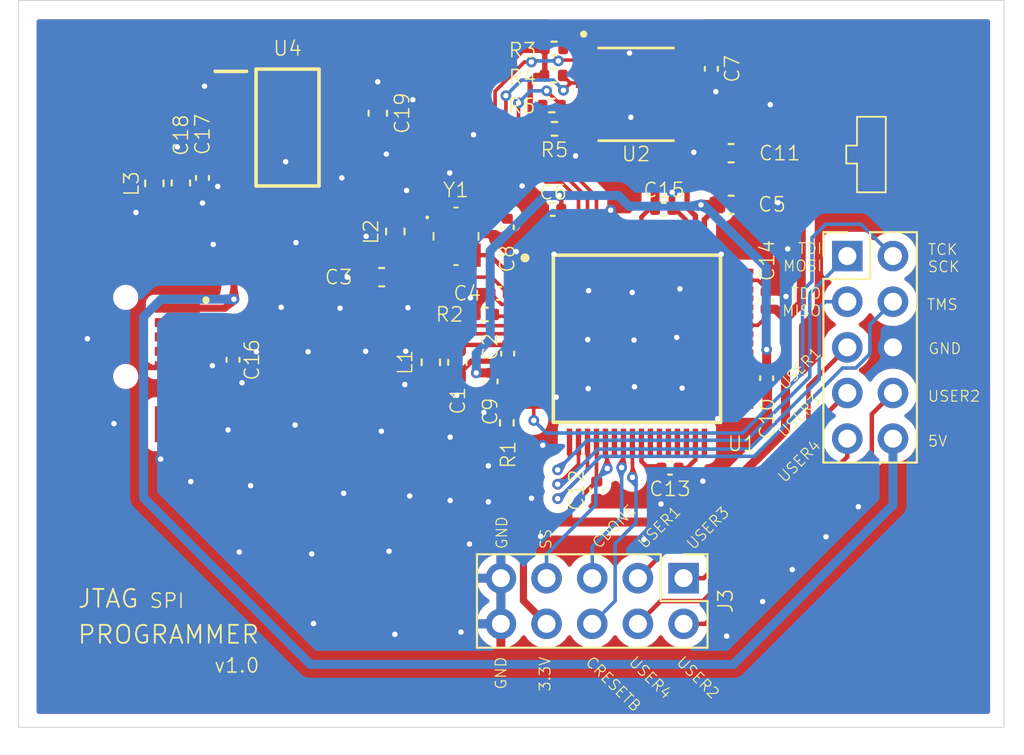
<source format=kicad_pcb>
(kicad_pcb (version 20241229) (generator "pcbnew") (generator_version "9.0")
  (layers (0 "F.Cu" signal) (2 "B.Cu" signal) (13 "F.Paste" user) (15 "B.Paste" user) (5 "F.SilkS" user "F.Silkscreen") (7 "B.SilkS" user "B.Silkscreen") (1 "F.Mask" user) (3 "B.Mask" user) (25 "Edge.Cuts" user))
  (net 0 "")
  (net 1 "GND")
  (net 2 "Net-(U1-VPLL)")
  (net 3 "Net-(U1-VPHY)")
  (net 4 "VCC1_8FT")
  (net 5 "+3.3V")
  (net 6 "Net-(J1-ID)")
  (net 7 "+5V")
  (net 8 "D-")
  (net 9 "D+")
  (net 10 "USER2")
  (net 11 "TCK_SCK")
  (net 12 "TDI_MOSI")
  (net 13 "USER1")
  (net 14 "USER4")
  (net 15 "TDO_MISO")
  (net 16 "TMS")
  (net 17 "USER3")
  (net 18 "CDONE")
  (net 19 "CRESET_B")
  (net 20 "SS")
  (net 21 "Net-(U1-RESET#)")
  (net 22 "Net-(U1-REF)")
  (net 23 "Net-(U1-EECS)")
  (net 24 "Net-(U1-EECLK)")
  (net 25 "Net-(U2-DO)")
  (net 26 "Net-(U1-EEDATA)")
  (net 39 "Net-(U1-OSCI)")
  (net 61 "+5V_USB")
  (footprint "Capacitor_SMD:C_0603_1608Metric" (layer "F.Cu") (at 174 62.425 180)
    (property "Reference" "C11")
    (property "Value" "10 uF")
  )
  (footprint "Capacitor_SMD:C_0402_1005Metric" (layer "F.Cu") (at 170.6 79.95 180)
    (property "Reference" "C13")
    (property "Value" "100 nF")
  )
  (footprint "Capacitor_SMD:C_0402_1005Metric" (layer "F.Cu") (at 172.9 57.73 -90)
    (property "Reference" "C7")
    (property "Value" "100 nF")
  )
  (footprint "000_Footprints:QFP50P1200X1200X160-64N" (layer "F.Cu") (at 168.762 72.75)
    (property "Reference" "U1")
    (property "Value" "FT2232HL" (hide yes))
  )
  (footprint "Capacitor_SMD:C_0402_1005Metric" (layer "F.Cu") (at 161.55 66.55 -90)
    (property "Reference" "C8")
    (property "Value" "100 nF")
  )
  (footprint "Capacitor_SMD:C_0402_1005Metric" (layer "F.Cu") (at 161.1 70.225 180)
    (property "Reference" "C4")
    (property "Value" "100 nF")
  )
  (footprint "Capacitor_SMD:C_0402_1005Metric" (layer "F.Cu") (at 175.975 74.95 -90)
    (property "Reference" "C10")
    (property "Value" "100 nF")
  )
  (footprint "Capacitor_SMD:C_0402_1005Metric" (layer "F.Cu") (at 166.525 81.18 -90)
    (property "Reference" "C12")
    (property "Value" "100 nF")
  )
  (footprint "Capacitor_SMD:C_0402_1005Metric" (layer "F.Cu") (at 170.25 65.55)
    (property "Reference" "C15")
    (property "Value" "100 nF")
  )
  (footprint "Capacitor_SMD:C_0402_1005Metric" (layer "F.Cu") (at 161.575 73.575 -90)
    (property "Reference" "C2")
    (property "Value" "100 nF")
  )
  (footprint "Resistor_SMD:R_0402_1005Metric" (layer "F.Cu") (at 164.15 56.6 180)
    (property "Reference" "R3")
    (property "Value" "10K")
  )
  (footprint "Capacitor_SMD:C_0603_1608Metric" (layer "F.Cu") (at 158.775 74.0625 -90)
    (property "Reference" "C1")
    (property "Value" "4.7 uF")
  )
  (footprint "Capacitor_SMD:C_0603_1608Metric" (layer "F.Cu") (at 143.4 64.08 -90)
    (property "Reference" "C18")
    (property "Value" "1 uF")
  )
  (footprint "Resistor_SMD:R_0402_1005Metric" (layer "F.Cu") (at 161.525 77.435 90)
    (property "Reference" "R1")
    (property "Value" "1K")
  )
  (footprint "Capacitor_SMD:C_0603_1608Metric" (layer "F.Cu") (at 174 65.3)
    (property "Reference" "C5")
    (property "Value" "10 uF")
  )
  (footprint "Capacitor_SMD:C_0402_1005Metric" (layer "F.Cu") (at 144.6 63.8 -90)
    (property "Reference" "C17")
    (property "Value" "100 nF")
  )
  (footprint "Capacitor_SMD:C_0603_1608Metric" (layer "F.Cu") (at 154.5625 69.325 180)
    (property "Reference" "C3")
    (property "Value" "4.7 uF")
  )
  (footprint "000_Footprints:SOT230P700X180-4N" (layer "F.Cu") (at 149.331 60.997)
    (property "Reference" "U4")
    (property "Value" "TLV1117LV33DCYR" (hide yes))
  )
  (footprint "Resistor_SMD:R_0402_1005Metric" (layer "F.Cu") (at 160.315 71.4)
    (property "Reference" "R2")
    (property "Value" "12K")
  )
  (footprint "Resistor_SMD:R_0402_1005Metric" (layer "F.Cu") (at 164.125 58.1 180)
    (property "Reference" "R4")
    (property "Value" "10K")
  )
  (footprint "Inductor_SMD:L_0603_1608Metric" (layer "F.Cu") (at 141.925 64.105 90)
    (property "Reference" "L3")
    (property "Value" "600ohm 500mA")
  )
  (footprint "Capacitor_SMD:C_0603_1608Metric" (layer "F.Cu") (at 154.35 60.2 90)
    (property "Reference" "C19")
    (property "Value" "1 uF")
  )
  (footprint "000_Footprints:UJ2MBH1SMTTR" (layer "F.Cu") (at 134.39 72.65 -90)
    (property "Reference" "J1" (hide yes))
    (property "Value" "UJ2-MBH-1-SMT-TR" (hide yes))
  )
  (footprint "Connector_PinHeader_2.54mm:PinHeader_2x05_P2.54mm_Vertical" (layer "F.Cu") (at 180.46 68.15)
    (property "Reference" "J2" (hide yes))
    (property "Value" "Conn_02x05_Odd_Even")
  )
  (footprint "Capacitor_SMD:C_0402_1005Metric" (layer "F.Cu") (at 160.65 75.13 -90)
    (property "Reference" "C9")
    (property "Value" "100 nF")
  )
  (footprint "000_Footprints:ASE24576MHZLCT" (layer "F.Cu") (at 158.7 67.05 -90)
    (property "Reference" "Y1")
    (property "Value" "ASE-12.000MHZ-LC-T" (hide yes))
  )
  (footprint "Resistor_SMD:R_0402_1005Metric" (layer "F.Cu") (at 164.175 61.07 180)
    (property "Reference" "R5")
    (property "Value" "10K")
  )
  (footprint "Connector_PinHeader_2.54mm:PinHeader_2x05_P2.54mm_Vertical" (layer "F.Cu") (at 171.355 86.075 -90)
    (property "Reference" "J3")
    (property "Value" "Conn_02x05_Odd_Even")
  )
  (footprint "Capacitor_SMD:C_0402_1005Metric" (layer "F.Cu") (at 164.075 65.55 180)
    (property "Reference" "C6")
    (property "Value" "100 nF")
  )
  (footprint "Capacitor_SMD:C_0402_1005Metric" (layer "F.Cu") (at 146.3 73.925 -90)
    (property "Reference" "C16")
    (property "Value" "100 nF")
  )
  (footprint "Inductor_SMD:L_0603_1608Metric" (layer "F.Cu") (at 157.3 74.0625 90)
    (property "Reference" "L1")
    (property "Value" "600ohm 500mA")
  )
  (footprint "Resistor_SMD:R_0402_1005Metric" (layer "F.Cu") (at 164.025 59.77 180)
    (property "Reference" "R6")
    (property "Value" "2.2K")
  )
  (footprint "000_Footprints:SOIC8-N_MC_MCH" (layer "F.Cu") (at 168.7128 59.15)
    (property "Reference" "U2")
    (property "Value" "93LC56C-I/SN")
  )
  (footprint "Inductor_SMD:L_0603_1608Metric" (layer "F.Cu") (at 155.325 66.7875 -90)
    (property "Reference" "L2")
    (property "Value" "600ohm 500mA")
  )
  (footprint "Capacitor_SMD:C_0402_1005Metric" (layer "F.Cu") (at 175.95 70.625 90)
    (property "Reference" "C14")
    (property "Value" "100 nF")
  )
  (gr_line (start 181 62) (end 180.4 62) (stroke (width 0.1)) (layer "F.SilkS"))
  (gr_line (start 182.6 64.6) (end 182.6 60.4) (stroke (width 0.1)) (layer "F.SilkS"))
  (gr_line (start 180.4 63) (end 181 63) (stroke (width 0.1)) (layer "F.SilkS"))
  (gr_line (start 180.4 62) (end 180.4 63) (stroke (width 0.1)) (layer "F.SilkS"))
  (gr_line (start 181 63) (end 181 64.6) (stroke (width 0.1)) (layer "F.SilkS"))
  (gr_circle (center 165.8 55.8) (end 165.8 56) (fill yes) (layer "F.SilkS"))
  (gr_line (start 181 60.4) (end 181 62) (stroke (width 0.1)) (layer "F.SilkS"))
  (gr_line (start 182.6 60.4) (end 181 60.4) (stroke (width 0.1)) (layer "F.SilkS"))
  (gr_line (start 181 64.6) (end 182.6 64.6) (stroke (width 0.1)) (layer "F.SilkS"))
  (gr_rect (start 134.375 53.925) (end 189.175 94.375) (stroke (width 0.05)) (fill no) (layer "Edge.Cuts"))
  (gr_text "TCK\nSCK" (at 184.9 69.1 0) (layer "F.SilkS") (effects (font (size 0.6 0.6) (thickness 0.06)) (justify left bottom)))
  (gr_text "PROGRAMMER" (at 137.6 89.8 0) (layer "F.SilkS") (effects (font (size 1 1) (thickness 0.1)) (justify left bottom)))
  (gr_text "USER1" (at 169.2 84.55 45) (layer "F.SilkS") (effects (font (size 0.6 0.6) (thickness 0.06)) (justify left bottom)))
  (gr_text "JTAG" (at 137.6 87.8 0) (layer "F.SilkS") (effects (font (size 1 1) (thickness 0.1)) (justify left bottom)))
  (gr_text "CRESETB" (at 165.785177 90.8 315) (layer "F.SilkS") (effects (font (size 0.6 0.6) (thickness 0.06)) (justify left bottom)))
  (gr_text "USER3" (at 179.1 76.25 45) (layer "F.SilkS") (effects (font (size 0.6 0.6) (thickness 0.06)) (justify right bottom)))
  (gr_text "GND" (at 184.93 73.65 0) (layer "F.SilkS") (effects (font (size 0.6 0.6) (thickness 0.06)) (justify left bottom)))
  (gr_text "USER3" (at 171.9 84.6 45) (layer "F.SilkS") (effects (font (size 0.6 0.6) (thickness 0.06)) (justify left bottom)))
  (gr_text "USER4" (at 179.1 78.75 45) (layer "F.SilkS") (effects (font (size 0.6 0.6) (thickness 0.06)) (justify right bottom)))
  (gr_text "USER2" (at 170.85 90.8 315) (layer "F.SilkS") (effects (font (size 0.6 0.6) (thickness 0.06)) (justify left bottom)))
  (gr_text "USER2" (at 184.9 76.3 0) (layer "F.SilkS") (effects (font (size 0.6 0.6) (thickness 0.06)) (justify left bottom)))
  (gr_text "TDO\nMISO" (at 179.05 71.55 0) (layer "F.SilkS") (effects (font (size 0.6 0.6) (thickness 0.06)) (justify right bottom)))
  (gr_text "TDI\nMOSI" (at 179.1 69.05 0) (layer "F.SilkS") (effects (font (size 0.6 0.6) (thickness 0.06)) (justify right bottom)))
  (gr_text "USER1" (at 179.13 73.6 45) (layer "F.SilkS") (effects (font (size 0.6 0.6) (thickness 0.06)) (justify right bottom)))
  (gr_text "TMS" (at 184.85 71.2 0) (layer "F.SilkS") (effects (font (size 0.6 0.6) (thickness 0.06)) (justify left bottom)))
  (gr_text "5V" (at 184.9 78.8 0) (layer "F.SilkS") (effects (font (size 0.6 0.6) (thickness 0.06)) (justify left bottom)))
  (gr_text "USER4" (at 168.2 90.8 315) (layer "F.SilkS") (effects (font (size 0.6 0.6) (thickness 0.06)) (justify left bottom)))
  (gr_text "SS" (at 164.05 84.5 90) (layer "F.SilkS") (effects (font (size 0.6 0.6) (thickness 0.06)) (justify left bottom)))
  (gr_text "SPI" (at 141.6 87.8 0) (layer "F.SilkS") (effects (font (size 0.8 0.8) (thickness 0.08)) (justify left bottom)))
  (gr_text "v1.0" (at 145.2 91.4 0) (layer "F.SilkS") (effects (font (size 0.8 0.8) (thickness 0.08)) (justify left bottom)))
  (gr_text "GND" (at 161.55 90.4 90) (layer "F.SilkS") (effects (font (size 0.6 0.6) (thickness 0.06)) (justify right bottom)))
  (gr_text "GND" (at 161.6 84.5 90) (layer "F.SilkS") (effects (font (size 0.6 0.6) (thickness 0.06)) (justify left bottom)))
  (gr_text "3.3V" (at 164 90.4 90) (layer "F.SilkS") (effects (font (size 0.6 0.6) (thickness 0.06)) (justify right bottom)))
  (gr_text "CDONE" (at 166.65 84.55 45) (layer "F.SilkS") (effects (font (size 0.6 0.6) (thickness 0.06)) (justify left bottom)))
  (segment (start 161.908775 70.833775) (end 161.90655 70.836) (width 0.2) (layer "F.Cu") (net 1))
  (segment (start 144.255 64.855) (end 144.6 65.2) (width 0.3) (layer "F.Cu") (net 1))
  (segment (start 175.4895 69.5) (end 175.95 69.9605) (width 0.2) (layer "F.Cu") (net 1))
  (segment (start 144.6 64.28) (end 145.445 64.28) (width 0.3) (layer "F.Cu") (net 1))
  (segment (start 157.875 68) (end 158.845 67.03) (width 0.25) (layer "F.Cu") (net 1))
  (segment (start 161.519 73.999) (end 159.555346 73.999) (width 0.3) (layer "F.Cu") (net 1))
  (segment (start 171.512 66.162) (end 170.9 65.55) (width 0.25) (layer "F.Cu") (net 1))
  (segment (start 158.775 75.875) (end 158.75 75.9) (width 0.4) (layer "F.Cu") (net 1))
  (segment (start 159.555346 73.999) (end 158.775 74.779346) (width 0.3) (layer "F.Cu") (net 1))
  (segment (start 146.181 58.697) (end 144.715 58.697) (width 0.5) (layer "F.Cu") (net 1))
  (segment (start 170.73 64.605) (end 170.725 64.6) (width 0.25) (layer "F.Cu") (net 1))
  (segment (start 163.024 71) (end 162.075 71) (width 0.2) (layer "F.Cu") (net 1))
  (segment (start 161.575 74.055) (end 161.73 74.055) (width 0.25) (layer "F.Cu") (net 1))
  (segment (start 158.775 74.8375) (end 158.775 75.875) (width 0.4) (layer "F.Cu") (net 1))
  (segment (start 163.024 74) (end 161.63 74) (width 0.25) (layer "F.Cu") (net 1))
  (segment (start 169.3865 79.95) (end 169.012 79.5755) (width 0.25) (layer "F.Cu") (net 1))
  (segment (start 158.845 67.03) (end 161.55 67.03) (width 0.25) (layer "F.Cu") (net 1))
  (segment (start 161.90655 70.836) (end 161.231 70.836) (width 0.2) (layer "F.Cu") (net 1))
  (segment (start 169.012 79.5755) (end 169.012 78.488) (width 0.25) (layer "F.Cu") (net 1))
  (segment (start 143.4 64.855) (end 144.255 64.855) (width 0.3) (layer "F.Cu") (net 1))
  (segment (start 175.905 75.5) (end 175.975 75.43) (width 0.2) (layer "F.Cu") (net 1))
  (segment (start 175.95 69.9605) (end 175.95 70.145) (width 0.2) (layer "F.Cu") (net 1))
  (segment (start 143.2 74.25) (end 145.15 74.25) (width 0.3) (layer "F.Cu") (net 1))
  (segment (start 174.5 69.5) (end 175.4895 69.5) (width 0.2) (layer "F.Cu") (net 1))
  (segment (start 170.9 65.55) (end 170.73 65.55) (width 0.25) (layer "F.Cu") (net 1))
  (segment (start 170.73 65.55) (end 170.73 64.605) (width 0.25) (layer "F.Cu") (net 1))
  (segment (start 161.63 74) (end 161.575 74.055) (width 0.25) (layer "F.Cu") (net 1))
  (segment (start 163.024 75) (end 162.974 75.05) (width 0.2) (layer "F.Cu") (net 1))
  (segment (start 158.775 74.779346) (end 158.775 74.8375) (width 0.3) (layer "F.Cu") (net 1))
  (segment (start 163.024 69) (end 163.024 66.121) (width 0.25) (layer "F.Cu") (net 1))
  (segment (start 145.445 64.28) (end 145.45 64.275) (width 0.3) (layer "F.Cu") (net 1))
  (segment (start 161.73 74.055) (end 162.285 73.5) (width 0.25) (layer "F.Cu") (net 1))
  (segment (start 157.875 68.1) (end 157.875 68) (width 0.25) (layer "F.Cu") (net 1))
  (segment (start 161.231 70.836) (end 160.62 70.225) (width 0.2) (layer "F.Cu") (net 1))
  (segment (start 161.21 75.05) (end 160.65 75.61) (width 0.2) (layer "F.Cu") (net 1))
  (segment (start 162.974 75.05) (end 161.21 75.05) (width 0.2) (layer "F.Cu") (net 1))
  (segment (start 174.5 75.5) (end 175.905 75.5) (width 0.2) (layer "F.Cu") (net 1))
  (segment (start 163.024 66.121) (end 163.595 65.55) (width 0.25) (layer "F.Cu") (net 1))
  (segment (start 162.075 71) (end 161.908775 70.833775) (width 0.2) (layer "F.Cu") (net 1))
  (segment (start 170.12 79.95) (end 169.3865 79.95) (width 0.25) (layer "F.Cu") (net 1))
  (segment (start 162.285 73.5) (end 163.024 73.5) (width 0.25) (layer "F.Cu") (net 1))
  (segment (start 161.575 74.055) (end 161.519 73.999) (width 0.3) (layer "F.Cu") (net 1))
  (segment (start 154.35 59.425) (end 154.35 58.45) (width 0.3) (layer "F.Cu") (net 1))
  (segment (start 171.512 67.012) (end 171.512 66.162) (width 0.25) (layer "F.Cu") (net 1))
  (segment (start 163.024 76) (end 164.275 76) (width 0.25) (layer "F.Cu") (net 1))
  (via (at 150.775 88.6) (size 0.6) (drill 0.3) (layers "F.Cu" "B.Cu") (net 1))
  (via (at 158.975 89.075) (size 0.6) (drill 0.3) (layers "F.Cu" "B.Cu") (net 1))
  (via (at 143.95 80.7) (size 0.6) (drill 0.3) (layers "F.Cu" "B.Cu") (net 1))
  (via (at 164.275 76) (size 0.6) (drill 0.3) (layers "F.Cu" "B.Cu") (net 1))
  (via (at 147.275 80.925) (size 0.6) (drill 0.3) (layers "F.Cu" "B.Cu") (net 1))
  (via (at 152.65 69.325) (size 0.6) (drill 0.3) (layers "F.Cu" "B.Cu") (net 1))
  (via (at 160.5 79.825) (size 0.6) (drill 0.3) (layers "F.Cu" "B.Cu") (net 1))
  (via (at 171.15 69.975) (size 0.6) (drill 0.3) (layers "F.Cu" "B.Cu") (net 1))
  (via (at 162.9 81.625) (size 0.6) (drill 0.3) (layers "F.Cu" "B.Cu") (net 1))
  (via (at 149.225 62.9) (size 0.6) (drill 0.3) (layers "F.Cu" "B.Cu") (net 1))
  (via (at 150.475 73.475) (size 0.6) (drill 0.3) (layers "F.Cu" "B.Cu") (net 1))
  (via (at 146.025 77.825) (size 0.6) (drill 0.3) (layers "F.Cu" "B.Cu") (net 1))
  (via (at 144.6 65.2) (size 0.6) (drill 0.3) (layers "F.Cu" "B.Cu") (net 1))
  (via (at 169.15 83.925) (size 0.6) (drill 0.3) (layers "F.Cu" "B.Cu") (net 1))
  (via (at 148.975 71) (size 0.6) (drill 0.3) (layers "F.Cu" "B.Cu") (net 1))
  (via (at 160.5 81.825) (size 0.6) (drill 0.3) (layers "F.Cu" "B.Cu") (net 1))
  (via (at 158.375 81.75) (size 0.6) (drill 0.3) (layers "F.Cu" "B.Cu") (net 1))
  (via (at 156.3 59.45) (size 0.6) (drill 0.3) (layers "F.Cu" "B.Cu") (net 1))
  (via (at 170.975 72.675) (size 0.6) (drill 0.3) (layers "F.Cu" "B.Cu") (net 1))
  (via (at 152.45 81.35) (size 0.6) (drill 0.3) (layers "F.Cu" "B.Cu") (net 1))
  (via (at 177.15 67.75) (size 0.6) (drill 0.3) (layers "F.Cu" "B.Cu") (net 1))
  (via (at 146.8 75.2) (size 0.6) (drill 0.3) (layers "F.Cu" "B.Cu") (net 1))
  (via (at 145.2 67.5) (size 0.6) (drill 0.3) (layers "F.Cu" "B.Cu") (net 1))
  (via (at 155.3 89.2) (size 0.6) (drill 0.3) (layers "F.Cu" "B.Cu") (net 1))
  (via (at 154.975 84.575) (size 0.6) (drill 0.3) (layers "F.Cu" "B.Cu") (net 1))
  (via (at 154.35 58.45) (size 0.6) (drill 0.3) (layers "F.Cu" "B.Cu") (net 1))
  (via (at 145.45 64.275) (size 0.6) (drill 0.3) (layers "F.Cu" "B.Cu") (net 1))
  (via (at 162.05 67.9) (size 0.6) (drill 0.3) (layers "F.Cu" "B.Cu") (net 1))
  (via (at 147.6 73.475) (size 0.6) (drill 0.3) (layers "F.Cu" "B.Cu") (net 1))
  (via (at 154.825 62.475) (size 0.6) (drill 0.3) (layers "F.Cu" "B.Cu") (net 1))
  (via (at 138.2 72.75) (size 0.6) (drill 0.3) (layers "F.Cu" "B.Cu") (net 1))
  (via (at 149.75 77.55) (size 0.6) (drill 0.3) (layers "F.Cu" "B.Cu") (net 1))
  (via (at 168.35 56.85) (size 0.6) (drill 0.3) (layers "F.Cu" "B.Cu") (net 1))
  (via (at 146.65 84.625) (size 0.6) (drill 0.3) (layers "F.Cu" "B.Cu") (net 1))
  (via (at 168.6 72.825) (size 0.6) (drill 0.3) (layers "F.Cu" "B.Cu") (net 1))
  (via (at 139.675 77.475) (size 0.6) (drill 0.3) (layers "F.Cu" "B.Cu") (net 1))
  (via (at 152.25 71.05) (size 0.6) (drill 0.3) (layers "F.Cu" "B.Cu") (net 1))
  (via (at 181.075 82.1) (size 0.6) (drill 0.3) (layers "F.Cu" "B.Cu") (net 1))
  (via (at 159.45 84.175) (size 0.6) (drill 0.3) (layers "F.Cu" "B.Cu") (net 1))
  (via (at 173.25 77.2) (size 0.6) (drill 0.3) (layers "F.Cu" "B.Cu") (net 1))
  (via (at 170.1 81.95) (size 0.6) (drill 0.3) (layers "F.Cu" "B.Cu") (net 1))
  (via (at 168.425 60.425) (size 0.6) (drill 0.3) (layers "F.Cu" "B.Cu") (net 1))
  (via (at 173.75 89.3) (size 0.6) (drill 0.3) (layers "F.Cu" "B.Cu") (net 1))
  (via (at 159.675 61.4) (size 0.6) (drill 0.3) (layers "F.Cu" "B.Cu") (net 1))
  (via (at 163.4 83.75) (size 0.6) (drill 0.3) (layers "F.Cu" "B.Cu") (net 1))
  (via (at 160.25 76.85) (size 0.6) (drill 0.3) (layers "F.Cu" "B.Cu") (net 1))
  (via (at 177.05 70.4) (size 0.6) (drill 0.3) (layers "F.Cu" "B.Cu") (net 1))
  (via (at 155.9 73.45) (size 0.6) (drill 0.3) (layers "F.Cu" "B.Cu") (net 1))
  (via (at 156.025 71.025) (size 0.6) (drill 0.3) (layers "F.Cu" "B.Cu") (net 1))
  (via (at 162.375 64.25) (size 0.6) (drill 0.3) (layers "F.Cu" "B.Cu") (net 1))
  (via (at 166.05 75.525) (size 0.6) (drill 0.3) (layers "F.Cu" "B.Cu") (net 1))
  (via (at 145.15 74.25) (size 0.6) (drill 0.3) (layers "F.Cu" "B.Cu") (net 1))
  (via (at 158.75 75.9) (size 0.6) (drill 0.3) (layers "F.Cu" "B.Cu") (net 1))
  (via (at 171.925 62.375) (size 0.6) (drill 0.3) (layers "F.Cu" "B.Cu") (net 1))
  (via (at 168.625 75.425) (size 0.6) (drill 0.3) (layers "F.Cu" "B.Cu") (net 1))
  (via (at 154.55 77.9) (size 0.6) (drill 0.3) (layers "F.Cu" "B.Cu") (net 1))
  (via (at 179.275 83.775) (size 0.6) (drill 0.3) (layers "F.Cu" "B.Cu") (net 1))
  (via (at 177.4 85.6) (size 0.6) (drill 0.3) (layers "F.Cu" "B.Cu") (net 1))
  (via (at 143.2 62.075) (size 0.6) (drill 0.3) (layers "F.Cu" "B.Cu") (net 1))
  (via (at 150.675 84.725) (size 0.6) (drill 0.3) (layers "F.Cu" "B.Cu") (net 1))
  (via (at 167.3 65.6) (size 0.6) (drill 0.3) (layers "F.Cu" "B.Cu") (net 1))
  (via (at 171.275 75.5) (size 0.6) (drill 0.3) (layers "F.Cu" "B.Cu") (net 1))
  (via (at 156.125 81.5) (size 0.6) (drill 0.3) (layers "F.Cu" "B.Cu") (net 1))
  (via (at 165.35 62.575) (size 0.6) (drill 0.3) (layers "F.Cu" "B.Cu") (net 1))
  (via (at 166.025 72.8) (size 0.6) (drill 0.3) (layers "F.Cu" "B.Cu") (net 1))
  (via (at 158.35 63.525) (size 0.6) (drill 0.3) (layers "F.Cu" "B.Cu") (net 1))
  (via (at 153.7 67.05) (size 0.6) (drill 0.3) (layers "F.Cu" "B.Cu") (net 1))
  (via (at 173.45 68.05) (size 0.6) (drill 0.3) (layers "F.Cu" "B.Cu") (net 1))
  (via (at 144.715 58.697) (size 0.6) (drill 0.3) (layers "F.Cu" "B.Cu") (net 1))
  (via (at 170.725 64.6) (size 0.6) (drill 0.3) (layers "F.Cu" "B.Cu") (net 1))
  (via (at 152.35 63.8) (size 0.6) (drill 0.3) (layers "F.Cu" "B.Cu") (net 1))
  (via (at 155.95 64.5) (size 0.6) (drill 0.3) (layers "F.Cu" "B.Cu") (net 1))
  (via (at 163.525 78.675) (size 0.6) (drill 0.3) (layers "F.Cu" "B.Cu") (net 1))
  (via (at 175.75 87.375) (size 0.6) (drill 0.3) (layers "F.Cu" "B.Cu") (net 1))
  (via (at 166.075 70.075) (size 0.6) (drill 0.3) (layers "F.Cu" "B.Cu") (net 1))
  (via (at 168.5 70.175) (size 0.6) (drill 0.3) (layers "F.Cu" "B.Cu") (net 1))
  (via (at 173.15 59) (size 0.6) (drill 0.3) (layers "F.Cu" "B.Cu") (net 1))
  (via (at 164.15 68.05) (size 0.6) (drill 0.3) (layers "F.Cu" "B.Cu") (net 1))
  (via (at 159.5 70.475) (size 0.6) (drill 0.3) (layers "F.Cu" "B.Cu") (net 1))
  (via (at 153.675 73.45) (size 0.6) (drill 0.3) (layers "F.Cu" "B.Cu") (net 1))
  (via (at 176.175 59.725) (size 0.6) (drill 0.3) (layers "F.Cu" "B.Cu") (net 1))
  (via (at 149.8 67.4) (size 0.6) (drill 0.3) (layers "F.Cu" "B.Cu") (net 1))
  (via (at 176.6 65.175) (size 0.6) (drill 0.3) (layers "F.Cu" "B.Cu") (net 1))
  (via (at 142.275 79.45) (size 0.6) (drill 0.3) (layers "F.Cu" "B.Cu") (net 1))
  (via (at 158.375 78.225) (size 0.6) (drill 0.3) (layers "F.Cu" "B.Cu") (net 1))
  (via (at 140.9 65.725) (size 0.6) (drill 0.3) (layers "F.Cu" "B.Cu") (net 1))
  (via (at 172.425 80.675) (size 0.6) (drill 0.3) (layers "F.Cu" "B.Cu") (net 1))
  (via (at 155.85 75.3) (size 0.6) (drill 0.3) (layers "F.Cu" "B.Cu") (net 1))
  (segment (start 158.7625 73.275) (end 158.775 73.2875) (width 0.4) (layer "F.Cu") (net 2))
  (segment (start 161.575 73.095) (end 158.9675 73.095) (width 0.25) (layer "F.Cu") (net 2))
  (segment (start 161.67 73) (end 163.024 73) (width 0.25) (layer "F.Cu") (net 2))
  (segment (start 161.575 73.095) (end 161.67 73) (width 0.25) (layer "F.Cu") (net 2))
  (segment (start 158.9675 73.095) (end 158.775 73.2875) (width 0.25) (layer "F.Cu") (net 2))
  (segment (start 157.3 73.275) (end 158.7625 73.275) (width 0.4) (layer "F.Cu") (net 2))
  (segment (start 155.3375 69.325) (end 160.68 69.325) (width 0.2) (layer "F.Cu") (net 3))
  (segment (start 155.325 67.575) (end 155.325 69.3125) (width 0.4) (layer "F.Cu") (net 3))
  (segment (start 155.325 69.3125) (end 155.3375 69.325) (width 0.4) (layer "F.Cu") (net 3))
  (segment (start 155.35 69.3125) (end 155.3375 69.325) (width 0.3) (layer "F.Cu") (net 3))
  (segment (start 163.024 70.5) (end 162.1421 70.5) (width 0.2) (layer "F.Cu") (net 3))
  (segment (start 161.8671 70.225) (end 161.58 70.225) (width 0.2) (layer "F.Cu") (net 3))
  (segment (start 160.68 69.325) (end 161.58 70.225) (width 0.2) (layer "F.Cu") (net 3))
  (segment (start 162.1421 70.5) (end 161.8671 70.225) (width 0.2) (layer "F.Cu") (net 3))
  (segment (start 175.975085 74.469915) (end 175.975 74.47) (width 0.5) (layer "F.Cu") (net 4))
  (segment (start 164.555 65.55) (end 164.45 65.655) (width 0.25) (layer "F.Cu") (net 4))
  (segment (start 164.555 64.88773) (end 164.446135 64.778865) (width 0.25) (layer "F.Cu") (net 4))
  (segment (start 163.019 74.495) (end 163.024 74.5) (width 0.25) (layer "F.Cu") (net 4))
  (segment (start 162.06755 74.5) (end 161.91755 74.65) (width 0.2) (layer "F.Cu") (net 4))
  (segment (start 163.024 74.5) (end 162.06755 74.5) (width 0.2) (layer "F.Cu") (net 4))
  (segment (start 172.512 66.113) (end 173.225 65.4) (width 0.3) (layer "F.Cu") (net 4))
  (segment (start 172.325 65.3) (end 173.225 65.3) (width 0.5) (layer "F.Cu") (net 4))
  (segment (start 175.975085 73.350085) (end 175.975085 74.469915) (width 0.5) (layer "F.Cu") (net 4))
  (segment (start 174.5 74.5) (end 175.945 74.5) (width 0.2) (layer "F.Cu") (net 4))
  (segment (start 175.945 74.5) (end 175.975 74.47) (width 0.2) (layer "F.Cu") (net 4))
  (segment (start 164.555 65.55) (end 165.012 66.007) (width 0.25) (layer "F.Cu") (net 4))
  (segment (start 172.512 67.012) (end 172.512 66.113) (width 0.3) (layer "F.Cu") (net 4))
  (segment (start 173.225 65.4) (end 173.225 65.3) (width 0.3) (layer "F.Cu") (net 4))
  (segment (start 164.555 65.55) (end 164.555 64.88773) (width 0.25) (layer "F.Cu") (net 4))
  (segment (start 159.825 74.65) (end 160.65 74.65) (width 0.5) (layer "F.Cu") (net 4))
  (segment (start 165.012 66.007) (end 165.012 67.012) (width 0.25) (layer "F.Cu") (net 4))
  (segment (start 161.91755 74.65) (end 160.65 74.65) (width 0.2) (layer "F.Cu") (net 4))
  (via (at 159.825 74.65) (size 0.6) (drill 0.3) (layers "F.Cu" "B.Cu") (net 4))
  (via (at 175.975085 73.350085) (size 0.6) (drill 0.3) (layers "F.Cu" "B.Cu") (net 4))
  (via (at 172.325 65.3) (size 0.6) (drill 0.3) (layers "F.Cu" "B.Cu") (net 4))
  (via (at 164.446135 64.778865) (size 0.6) (drill 0.3) (layers "F.Cu" "B.Cu") (net 4))
  (segment (start 160.601 67.849) (end 160.601 72.799) (width 0.5) (layer "B.Cu") (net 4))
  (segment (start 164.446135 64.778865) (end 163.671135 64.778865) (width 0.5) (layer "B.Cu") (net 4))
  (segment (start 168.325 65.375) (end 172.25 65.375) (width 0.5) (layer "B.Cu") (net 4))
  (segment (start 159.825 73.575) (end 159.825 74.65) (width 0.5) (layer "B.Cu") (net 4))
  (segment (start 167.728865 64.778865) (end 168.325 65.375) (width 0.5) (layer "B.Cu") (net 4))
  (segment (start 172.25 65.375) (end 172.325 65.3) (width 0.5) (layer "B.Cu") (net 4))
  (segment (start 172.325 65.3) (end 172.475 65.3) (width 0.5) (layer "B.Cu") (net 4))
  (segment (start 163.671135 64.778865) (end 160.601 67.849) (width 0.5) (layer "B.Cu") (net 4))
  (segment (start 175.95 68.775) (end 175.95 73.325) (width 0.5) (layer "B.Cu") (net 4))
  (segment (start 175.95 73.325) (end 175.975085 73.350085) (width 0.5) (layer "B.Cu") (net 4))
  (segment (start 160.601 72.799) (end 159.825 73.575) (width 0.5) (layer "B.Cu") (net 4))
  (segment (start 172.475 65.3) (end 175.95 68.775) (width 0.5) (layer "B.Cu") (net 4))
  (segment (start 164.446135 64.778865) (end 167.728865 64.778865) (width 0.5) (layer "B.Cu") (net 4))
  (segment (start 162.425 82.95) (end 165.05 82.95) (width 0.5) (layer "F.Cu") (net 5))
  (segment (start 152.481 63.045702) (end 152.481 60.997) (width 0.25) (layer "F.Cu") (net 5))
  (segment (start 163.17 61.07) (end 163.665 61.07) (width 0.3) (layer "F.Cu") (net 5))
  (segment (start 170.413925 63.849) (end 169.77 64.492925) (width 0.5) (layer "F.Cu") (net 5))
  (segment (start 172.012 67.012) (end 172.012 65.912) (width 0.3) (layer "F.Cu") (net 5))
  (segment (start 163.64 56.6) (end 163.64 56.467528) (width 0.5) (layer "F.Cu") (net 5))
  (segment (start 164.278528 55.829) (end 172.029 55.829) (width 0.5) (layer "F.Cu") (net 5))
  (segment (start 162.45 82.975) (end 162.425 82.95) (width 0.4) (layer "F.Cu") (net 5))
  (segment (start 169.012 67.012) (end 169.012 65.9725) (width 0.25) (layer "F.Cu") (net 5))
  (segment (start 146.181 60.997) (end 152.481 60.997) (width 0.5) (layer "F.Cu") (net 5))
  (segment (start 155.325 66) (end 155.325 65.075) (width 0.25) (layer "F.Cu") (net 5))
  (segment (start 169.45 59.4) (end 169.45 57.65) (width 0.3) (layer "F.Cu") (net 5))
  (segment (start 171.08 57.25) (end 171.075 57.245) (width 0.4) (layer "F.Cu") (net 5))
  (segment (start 169.835 59.785) (end 169.45 59.4) (width 0.3) (layer "F.Cu") (net 5))
  (segment (start 163.64 58.075) (end 163.615 58.1) (width 0.5) (layer "F.Cu") (net 5))
  (segment (start 171.55 63.849) (end 170.413925 63.849) (width 0.5) (layer "F.Cu") (net 5))
  (segment (start 175.669 62.425) (end 174.775 62.425) (width 0.5) (layer "F.Cu") (net 5))
  (segment (start 166.5 80.7) (end 165.05 82.15) (width 0.25) (layer "F.Cu") (net 5))
  (segment (start 173.351 63.849) (end 171.55 63.849) (width 0.5) (layer "F.Cu") (net 5))
  (segment (start 153.6 64.164702) (end 152.481 63.045702) (width 0.25) (layer "F.Cu") (net 5))
  (segment (start 171.105 59.815) (end 171.075 59.785) (width 0.3) (layer "F.Cu") (net 5))
  (segment (start 162.825 60.725) (end 163.17 61.07) (width 0.3) (layer "F.Cu") (net 5))
  (segment (start 171.55 79.95) (end 172.012 79.488) (width 0.25) (layer "F.Cu") (net 5))
  (segment (start 166.525 80.45) (end 166.512 80.437) (width 0.2) (layer "F.Cu") (net 5))
  (segment (start 152.503 60.975) (end 152.481 60.997) (width 0.5) (layer "F.Cu") (net 5))
  (segment (start 163.64 56.467528) (end 164.278528 55.829) (width 0.5) (layer "F.Cu") (net 5))
  (segment (start 162.35 56.6) (end 163.64 56.6) (width 0.5) (layer "F.Cu") (net 5))
  (segment (start 155.325 65.075) (end 154.425 64.175) (width 0.25) (layer "F.Cu") (net 5))
  (segment (start 157.3 75.512075) (end 157.3 74.85) (width 0.5) (layer "F.Cu") (net 5))
  (segment (start 154.325 61) (end 154.35 60.975) (width 0.5) (layer "F.Cu") (net 5))
  (segment (start 162.45 87.33) (end 163.735 88.615) (width 0.4) (layer "F.Cu") (net 5))
  (segment (start 173.775 57.25) (end 172.9 57.25) (width 0.5) (layer "F.Cu") (net 5))
  (segment (start 162.825 58.4) (end 162.825 60.725) (width 0.3) (layer "F.Cu") (net 5))
  (segment (start 159.732925 77.945) (end 157.3 75.512075) (width 0.5) (layer "F.Cu") (net 5))
  (segment (start 171.08 79.95) (end 171.55 79.95) (width 0.25) (layer "F.Cu") (net 5))
  (segment (start 174.5 72) (end 175.4895 72) (width 0.2) (layer "F.Cu") (net 5))
  (segment (start 176.48 71.105) (end 175.95 71.105) (width 0.5) (layer "F.Cu") (net 5))
  (segment (start 172.9 56.7) (end 172.9 57.25) (width 0.5) (layer "F.Cu") (net 5))
  (segment (start 177.901 64.657) (end 175.669 62.425) (width 0.5) (layer "F.Cu") (net 5))
  (segment (start 171.075 59.785) (end 169.835 59.785) (width 0.3) (layer "F.Cu") (net 5))
  (segment (start 174.775 58.25) (end 173.775 57.25) (width 0.5) (layer "F.Cu") (net 5))
  (segment (start 163.64 56.6) (end 163.64 58.075) (width 0.3) (layer "F.Cu") (net 5))
  (segment (start 174.775 62.425) (end 173.351 63.849) (width 0.5) (layer "F.Cu") (net 5))
  (segment (start 169.77 64.492925) (end 169.77 65.55) (width 0.5) (layer "F.Cu") (net 5))
  (segment (start 171.08 79.95) (end 171.08 82.945) (width 0.25) (layer "F.Cu") (net 5))
  (segment (start 165.05 82.15) (end 165.05 82.95) (width 0.25) (layer "F.Cu") (net 5))
  (segment (start 159.595 66.07) (end 159.525 66) (width 0.25) (layer "F.Cu") (net 5))
  (segment (start 162.45 87.33) (end 162.45 82.975) (width 0.4) (layer "F.Cu") (net 5))
  (segment (start 172.9 57.25) (end 171.08 57.25) (width 0.4) (layer "F.Cu") (net 5))
  (segment (start 166.525 80.7) (end 166.5 80.7) (width 0.25) (layer "F.Cu") (net 5))
  (segment (start 154.35 60.975) (end 157.975 60.975) (width 0.5) (layer "F.Cu") (net 5))
  (segment (start 169.4345 65.55) (end 169.77 65.55) (width 0.25) (layer "F.Cu") (net 5))
  (segment (start 154.35 60.975) (end 152.503 60.975) (width 0.5) (layer "F.Cu") (net 5))
  (segment (start 169.012 65.9725) (end 169.4345 65.55) (width 0.25) (layer "F.Cu") (net 5))
  (segment (start 153.6 64.175) (end 153.6 64.164702) (width 0.25) (layer "F.Cu") (net 5))
  (segment (start 166.525 80.7) (end 166.525 80.45) (width 0.2) (layer "F.Cu") (net 5))
  (segment (start 163.125 58.1) (end 162.825 58.4) (width 0.3) (layer "F.Cu") (net 5))
  (segment (start 169.855 57.245) (end 171.075 57.245) (width 0.3) (layer "F.Cu") (net 5))
  (segment (start 177.025 77.85) (end 177.025 71.65) (width 0.5) (layer "F.Cu") (net 5))
  (segment (start 161.55 66.07) (end 159.595 66.07) (width 0.25) (layer "F.Cu") (net 5))
  (segment (start 177.025 71.65) (end 177.901 70.774) (width 0.5) (layer "F.Cu") (net 5))
  (segment (start 161.525 77.945) (end 159.732925 77.945) (width 0.5) (layer "F.Cu") (net 5))
  (segment (start 177.901 70.774) (end 177.901 64.657) (width 0.5) (layer "F.Cu") (net 5))
  (segment (start 175.95 71.5395) (end 175.95 71.105) (width 0.2) (layer "F.Cu") (net 5))
  (segment (start 157.875 66) (end 155.325 66) (width 0.25) (layer "F.Cu") (net 5))
  (segment (start 174.775 62.425) (end 174.775 58.25) (width 0.5) (layer "F.Cu") (net 5))
  (segment (start 161.525 82.05) (end 161.525 77.945) (width 0.5) (layer "F.Cu") (net 5))
  (segment (start 171.08 82.945) (end 171.075 82.95) (width 0.25) (layer "F.Cu") (net 5))
  (segment (start 163.615 58.1) (end 163.125 58.1) (width 0.3) (layer "F.Cu") (net 5))
  (segment (start 165.05 82.95) (end 171.075 82.95) (width 0.5) (layer "F.Cu") (net 5))
  (segment (start 172.029 55.829) (end 172.9 56.7) (width 0.5) (layer "F.Cu") (net 5))
  (segment (start 157.975 60.975) (end 162.35 56.6) (width 0.5) (layer "F.Cu") (net 5))
  (segment (start 154.425 64.175) (end 153.6 64.175) (width 0.25) (layer "F.Cu") (net 5))
  (segment (start 162.425 82.95) (end 161.525 82.05) (width 0.5) (layer "F.Cu") (net 5))
  (segment (start 159.525 66) (end 157.875 66) (width 0.25) (layer "F.Cu") (net 5))
  (segment (start 172.012 65.912) (end 171.55 65.45) (width 0.3) (layer "F.Cu") (net 5))
  (segment (start 175.4895 72) (end 175.95 71.5395) (width 0.2) (layer "F.Cu") (net 5))
  (segment (start 171.925 82.95) (end 177.025 77.85) (width 0.5) (layer "F.Cu") (net 5))
  (segment (start 166.512 80.437) (end 166.512 78.488) (width 0.2) (layer "F.Cu") (net 5))
  (segment (start 172.012 79.488) (end 172.012 78.488) (width 0.25) (layer "F.Cu") (net 5))
  (segment (start 171.55 65.45) (end 171.55 63.849) (width 0.3) (layer "F.Cu") (net 5))
  (segment (start 169.45 57.65) (end 169.855 57.245) (width 0.3) (layer "F.Cu") (net 5))
  (segment (start 171.075 82.95) (end 171.925 82.95) (width 0.5) (layer "F.Cu") (net 5))
  (segment (start 177.025 71.65) (end 176.48 71.105) (width 0.5) (layer "F.Cu") (net 5))
  (segment (start 146.3 73.445) (end 143.205 73.445) (width 0.2) (layer "F.Cu") (net 6))
  (segment (start 143.205 73.445) (end 143.2 73.45) (width 0.2) (layer "F.Cu") (net 6))
  (segment (start 141.9375 63.305) (end 141.925 63.3175) (width 0.4) (layer "F.Cu") (net 7))
  (segment (start 144.62 63.3) (end 144.6 63.32) (width 0.4) (layer "F.Cu") (net 7))
  (segment (start 146.158 63.32) (end 146.181 63.297) (width 0.4) (layer "F.Cu") (net 7))
  (segment (start 144.6 63.32) (end 143.415 63.32) (width 0.4) (layer "F.Cu") (net 7))
  (segment (start 143.415 63.32) (end 143.4 63.305) (width 0.4) (layer "F.Cu") (net 7))
  (segment (start 143.4 63.305) (end 141.9375 63.305) (width 0.4) (layer "F.Cu") (net 7))
  (segment (start 144.6 63.32) (end 146.158 63.32) (width 0.4) (layer "F.Cu") (net 7))
  (segment (start 145.250001 72.025) (end 161.892749 72.025) (width 0.2) (layer "F.Cu") (net 8))
  (segment (start 161.917749 72) (end 163.024 72) (width 0.2) (layer "F.Cu") (net 8))
  (segment (start 143.2 71.85) (end 145.075001 71.85) (width 0.2) (layer "F.Cu") (net 8))
  (segment (start 145.075001 71.85) (end 145.250001 72.025) (width 0.2) (layer "F.Cu") (net 8))
  (segment (start 161.892749 72.025) (end 161.917749 72) (width 0.2) (layer "F.Cu") (net 8))
  (segment (start 145.075001 72.65) (end 145.250001 72.475) (width 0.2) (layer "F.Cu") (net 9))
  (segment (start 143.2 72.65) (end 145.075001 72.65) (width 0.2) (layer "F.Cu") (net 9))
  (segment (start 161.892749 72.475) (end 161.917749 72.5) (width 0.2) (layer "F.Cu") (net 9))
  (segment (start 145.250001 72.475) (end 161.892749 72.475) (width 0.2) (layer "F.Cu") (net 9))
  (segment (start 161.917749 72.5) (end 163.024 72.5) (width 0.2) (layer "F.Cu") (net 9))
  (segment (start 181.824 79.348081) (end 181.824 76.946) (width 0.25) (layer "F.Cu") (net 10))
  (segment (start 172.557081 88.615) (end 181.824 79.348081) (width 0.25) (layer "F.Cu") (net 10))
  (segment (start 181.824 76.946) (end 183 75.77) (width 0.25) (layer "F.Cu") (net 10))
  (segment (start 171.355 88.615) (end 172.557081 88.615) (width 0.25) (layer "F.Cu") (net 10))
  (segment (start 163.024 77.299) (end 163.025 77.3) (width 0.2) (layer "F.Cu") (net 11))
  (segment (start 163.024 76.5) (end 163.024 77.299) (width 0.2) (layer "F.Cu") (net 11))
  (via (at 163.025 77.3) (size 0.6) (drill 0.3) (layers "F.Cu" "B.Cu") (net 11))
  (segment (start 163.724 77.999) (end 174.626 77.999) (width 0.2) (layer "B.Cu") (net 11))
  (segment (start 163.025 77.3) (end 163.724 77.999) (width 0.2) (layer "B.Cu") (net 11))
  (segment (start 177.974 70.0689) (end 178.5 69.5429) (width 0.2) (layer "B.Cu") (net 11))
  (segment (start 174.626 77.999) (end 177.974 74.651) (width 0.2) (layer "B.Cu") (net 11))
  (segment (start 179.25 66.375) (end 181.225 66.375) (width 0.2) (layer "B.Cu") (net 11))
  (segment (start 177.974 74.651) (end 177.974 70.0689) (width 0.2) (layer "B.Cu") (net 11))
  (segment (start 178.5 69.5429) (end 178.5 67.125) (width 0.2) (layer "B.Cu") (net 11))
  (segment (start 181.225 66.375) (end 183 68.15) (width 0.2) (layer "B.Cu") (net 11))
  (segment (start 178.5 67.125) (end 179.25 66.375) (width 0.2) (layer "B.Cu") (net 11))
  (segment (start 165.012 78.488) (end 165.012 79.388) (width 0.2) (layer "F.Cu") (net 12))
  (segment (start 165.012 79.388) (end 164.35 80.05) (width 0.2) (layer "F.Cu") (net 12))
  (via (at 164.35 80.05) (size 0.6) (drill 0.3) (layers "F.Cu" "B.Cu") (net 12))
  (segment (start 164.35 80.05) (end 166 78.4) (width 0.2) (layer "B.Cu") (net 12))
  (segment (start 166 78.4) (end 174.85 78.4) (width 0.2) (layer "B.Cu") (net 12))
  (segment (start 178.375 74.875) (end 178.375 70.235) (width 0.2) (layer "B.Cu") (net 12))
  (segment (start 174.85 78.4) (end 178.375 74.875) (width 0.2) (layer "B.Cu") (net 12))
  (segment (start 178.375 70.235) (end 180.46 68.15) (width 0.2) (layer "B.Cu") (net 12))
  (segment (start 178.3 78.924) (end 173.024 84.2) (width 0.25) (layer "F.Cu") (net 13))
  (segment (start 178.3 75.39) (end 178.3 78.924) (width 0.25) (layer "F.Cu") (net 13))
  (segment (start 173.024 84.2) (end 170.69 84.2) (width 0.25) (layer "F.Cu") (net 13))
  (segment (start 170.69 84.2) (end 168.815 86.075) (width 0.25) (layer "F.Cu") (net 13))
  (segment (start 180.46 73.23) (end 178.3 75.39) (width 0.25) (layer "F.Cu") (net 13))
  (segment (start 168.815 88.615) (end 170.08 87.35) (width 0.25) (layer "F.Cu") (net 14))
  (segment (start 170.08 87.35) (end 172.432 87.35) (width 0.25) (layer "F.Cu") (net 14))
  (segment (start 180.46 79.322) (end 180.46 78.31) (width 0.25) (layer "F.Cu") (net 14))
  (segment (start 172.432 87.35) (end 180.46 79.322) (width 0.25) (layer "F.Cu") (net 14))
  (segment (start 164.351559 80.848444) (end 164.401499 80.848444) (width 0.2) (layer "F.Cu") (net 15))
  (segment (start 164.35 80.850003) (end 164.351559 80.848444) (width 0.2) (layer "F.Cu") (net 15))
  (segment (start 165.512 79.737943) (end 165.512 78.488) (width 0.2) (layer "F.Cu") (net 15))
  (segment (start 164.401499 80.848444) (end 165.512 79.737943) (width 0.2) (layer "F.Cu") (net 15))
  (via (at 164.35 80.850003) (size 0.6) (drill 0.3) (layers "F.Cu" "B.Cu") (net 15))
  (segment (start 166.587143 78.89429) (end 175.00571 78.89429) (width 0.2) (layer "B.Cu") (net 15))
  (segment (start 179.235 70.69) (end 180.46 70.69) (width 0.2) (layer "B.Cu") (net 15))
  (segment (start 164.63143 80.850003) (end 166.587143 78.89429) (width 0.2) (layer "B.Cu") (net 15))
  (segment (start 178.9 71.025) (end 179.235 70.69) (width 0.2) (layer "B.Cu") (net 15))
  (segment (start 175.00571 78.89429) (end 178.9 75) (width 0.2) (layer "B.Cu") (net 15))
  (segment (start 164.35 80.850003) (end 164.63143 80.850003) (width 0.2) (layer "B.Cu") (net 15))
  (segment (start 178.9 75) (end 178.9 71.025) (width 0.2) (layer "B.Cu") (net 15))
  (segment (start 166.012 78.488) (end 166.012 80.037946) (width 0.2) (layer "F.Cu") (net 16))
  (segment (start 166.012 80.037946) (end 164.39994 81.650006) (width 0.2) (layer "F.Cu") (net 16))
  (segment (start 164.39994 81.650006) (end 164.35 81.650006) (width 0.2) (layer "F.Cu") (net 16))
  (via (at 164.35 81.650006) (size 0.6) (drill 0.3) (layers "F.Cu" "B.Cu") (net 16))
  (segment (start 166.753243 79.29529) (end 164.398527 81.650006) (width 0.2) (layer "B.Cu") (net 16))
  (segment (start 164.398527 81.650006) (end 164.35 81.650006) (width 0.2) (layer "B.Cu") (net 16))
  (segment (start 180.194 74.381) (end 175.27971 79.29529) (width 0.2) (layer "B.Cu") (net 16))
  (segment (start 181.715 73.60276) (end 180.93676 74.381) (width 0.2) (layer "B.Cu") (net 16))
  (segment (start 180.93676 74.381) (end 180.194 74.381) (width 0.2) (layer "B.Cu") (net 16))
  (segment (start 181.715 71.975) (end 181.715 73.60276) (width 0.2) (layer "B.Cu") (net 16))
  (segment (start 183 70.69) (end 181.715 71.975) (width 0.2) (layer "B.Cu") (net 16))
  (segment (start 175.27971 79.29529) (end 166.753243 79.29529) (width 0.2) (layer "B.Cu") (net 16))
  (segment (start 178.85 79.7) (end 178.85 77.38) (width 0.25) (layer "F.Cu") (net 17))
  (segment (start 172.475 86.075) (end 178.85 79.7) (width 0.25) (layer "F.Cu") (net 17))
  (segment (start 171.355 86.075) (end 172.475 86.075) (width 0.25) (layer "F.Cu") (net 17))
  (segment (start 178.85 77.38) (end 180.46 75.77) (width 0.25) (layer "F.Cu") (net 17))
  (segment (start 168.012 79.816566) (end 167.910298 79.918268) (width 0.2) (layer "F.Cu") (net 18))
  (segment (start 168.012 78.488) (end 168.012 79.816566) (width 0.2) (layer "F.Cu") (net 18))
  (via (at 167.910298 79.918268) (size 0.6) (drill 0.3) (layers "F.Cu" "B.Cu") (net 18))
  (segment (start 167.910298 79.918268) (end 167.910298 82.689702) (width 0.2) (layer "B.Cu") (net 18))
  (segment (start 166.275 84.325) (end 166.275 86.075) (width 0.2) (layer "B.Cu") (net 18))
  (segment (start 167.910298 82.689702) (end 166.275 84.325) (width 0.2) (layer "B.Cu") (net 18))
  (segment (start 168.512 79.698292) (end 168.512 78.488) (width 0.2) (layer "F.Cu") (net 19))
  (segment (start 168.510298 80.462491) (end 168.510298 79.699994) (width 0.2) (layer "F.Cu") (net 19))
  (segment (start 168.510298 79.699994) (end 168.512 79.698292) (width 0.2) (layer "F.Cu") (net 19))
  (via (at 168.510298 80.462491) (size 0.6) (drill 0.3) (layers "F.Cu" "B.Cu") (net 19))
  (segment (start 168.709998 82.990002) (end 167.55 84.15) (width 0.2) (layer "B.Cu") (net 19))
  (segment (start 168.709998 80.662191) (end 168.709998 82.990002) (width 0.2) (layer "B.Cu") (net 19))
  (segment (start 167.55 84.15) (end 167.55 87.34) (width 0.2) (layer "B.Cu") (net 19))
  (segment (start 168.510298 80.462491) (end 168.709998 80.662191) (width 0.2) (layer "B.Cu") (net 19))
  (segment (start 167.55 87.34) (end 166.275 88.615) (width 0.2) (layer "B.Cu") (net 19))
  (segment (start 167.012 79.337) (end 167.012 78.488) (width 0.2) (layer "F.Cu") (net 20))
  (segment (start 167.112 79.437) (end 167.012 79.337) (width 0.2) (layer "F.Cu") (net 20))
  (segment (start 167.112 79.970466) (end 167.112 79.437) (width 0.2) (layer "F.Cu") (net 20))
  (via (at 167.112 79.970466) (size 0.6) (drill 0.3) (layers "F.Cu" "B.Cu") (net 20))
  (segment (start 166.475 82) (end 163.735 84.74) (width 0.2) (layer "B.Cu") (net 20))
  (segment (start 167.112 79.970466) (end 166.475 80.607466) (width 0.2) (layer "B.Cu") (net 20))
  (segment (start 166.475 80.607466) (end 166.475 82) (width 0.2) (layer "B.Cu") (net 20))
  (segment (start 163.735 84.74) (end 163.735 86.075) (width 0.2) (layer "B.Cu") (net 20))
  (segment (start 161.525 76.175) (end 162.2 75.5) (width 0.2) (layer "F.Cu") (net 21))
  (segment (start 161.525 76.925) (end 161.525 76.175) (width 0.2) (layer "F.Cu") (net 21))
  (segment (start 162.2 75.5) (end 163.024 75.5) (width 0.2) (layer "F.Cu") (net 21))
  (segment (start 160.925 71.5) (end 163.024 71.5) (width 0.2) (layer "F.Cu") (net 22))
  (segment (start 160.825 71.4) (end 160.925 71.5) (width 0.2) (layer "F.Cu") (net 22))
  (segment (start 164.0161 64.026) (end 164.5418 64.026) (width 0.2) (layer "F.Cu") (net 23))
  (segment (start 165.512 64.9962) (end 165.512 67.012) (width 0.2) (layer "F.Cu") (net 23))
  (segment (start 163.449 63.7911) (end 163.6839 64.026) (width 0.2) (layer "F.Cu") (net 23))
  (segment (start 160.873 58.975585) (end 160.873 59.473471) (width 0.2) (layer "F.Cu") (net 23))
  (segment (start 162.89 57.35) (end 162.5 57.35) (width 0.2) (layer "F.Cu") (net 23))
  (segment (start 161.226472 58.623528) (end 161.225057 58.623528) (width 0.2) (layer "F.Cu") (net 23))
  (segment (start 164.434441 57.245) (end 164.39 57.289441) (width 0.2) (layer "F.Cu") (net 23))
  (segment (start 166.175 56.6) (end 164.66 56.6) (width 0.2) (layer "F.Cu") (net 23))
  (segment (start 160.873 59.473471) (end 160.875 59.475471) (width 0.2) (layer "F.Cu") (net 23))
  (segment (start 161.3089 61.651) (end 163.449 63.7911) (width 0.2) (layer "F.Cu") (net 23))
  (segment (start 160.875 59.475471) (end 160.875 61.2171) (width 0.2) (layer "F.Cu") (net 23))
  (segment (start 160.875 61.2171) (end 161.074 61.4161) (width 0.2) (layer "F.Cu") (net 23))
  (segment (start 162.5 57.35) (end 161.226472 58.623528) (width 0.2) (layer "F.Cu") (net 23))
  (segment (start 166.3506 57.245) (end 166.3506 56.7756) (width 0.2) (layer "F.Cu") (net 23))
  (segment (start 166.3506 57.245) (end 164.434441 57.245) (width 0.2) (layer "F.Cu") (net 23))
  (segment (start 161.074 61.4161) (end 161.3089 61.651) (width 0.2) (layer "F.Cu") (net 23))
  (segment (start 163.6839 64.026) (end 164.0161 64.026) (width 0.2) (layer "F.Cu") (net 23))
  (segment (start 164.5418 64.026) (end 165.512 64.9962) (width 0.2) (layer "F.Cu") (net 23))
  (segment (start 166.3506 56.7756) (end 166.175 56.6) (width 0.2) (layer "F.Cu") (net 23))
  (segment (start 161.225057 58.623528) (end 160.873 58.975585) (width 0.2) (layer "F.Cu") (net 23))
  (via (at 164.39 57.289441) (size 0.6) (drill 0.3) (layers "F.Cu" "B.Cu") (net 23))
  (via (at 162.89 57.35) (size 0.6) (drill 0.3) (layers "F.Cu" "B.Cu") (net 23))
  (segment (start 162.950559 57.289441) (end 162.89 57.35) (width 0.2) (layer "B.Cu") (net 23))
  (segment (start 164.39 57.289441) (end 162.950559 57.289441) (width 0.2) (layer "B.Cu") (net 23))
  (segment (start 166.3406 58.525) (end 166.3506 58.515) (width 0.2) (layer "F.Cu") (net 24))
  (segment (start 165.085 58.515) (end 164.675 58.925) (width 0.2) (layer "F.Cu") (net 24))
  (segment (start 165.24 58.515) (end 166.3506 58.515) (width 0.2) (layer "F.Cu") (net 24))
  (segment (start 164.7079 63.625) (end 166.012 64.9291) (width 0.2) (layer "F.Cu") (net 24))
  (segment (start 161.474 59.224528) (end 161.475 59.225528) (width 0.2) (layer "F.Cu") (net 24))
  (segment (start 166.012 67.012) (end 165.963 67.012) (width 0.2) (layer "F.Cu") (net 24))
  (segment (start 165.24 58.515) (end 165.085 58.515) (width 0.2) (layer "F.Cu") (net 24))
  (segment (start 165.05 58.515) (end 164.635 58.1) (width 0.2) (layer "F.Cu") (net 24))
  (segment (start 161.475 59.225528) (end 161.475 61.25) (width 0.2) (layer "F.Cu") (net 24))
  (segment (start 163.85 63.625) (end 164.7079 63.625) (width 0.2) (layer "F.Cu") (net 24))
  (segment (start 165.085 58.515) (end 165.05 58.515) (width 0.2) (layer "F.Cu") (net 24))
  (segment (start 166.012 64.9291) (end 166.012 67.012) (width 0.2) (layer "F.Cu") (net 24))
  (segment (start 161.475 61.25) (end 163.85 63.625) (width 0.2) (layer "F.Cu") (net 24))
  (via (at 164.675 58.925) (size 0.6) (drill 0.3) (layers "F.Cu" "B.Cu") (net 24))
  (via (at 161.474 59.224528) (size 0.6) (drill 0.3) (layers "F.Cu" "B.Cu") (net 24))
  (segment (start 162.343683 58.354844) (end 164.104844 58.354844) (width 0.2) (layer "B.Cu") (net 24))
  (segment (start 161.474 59.224528) (end 162.343683 58.354844) (width 0.2) (layer "B.Cu") (net 24))
  (segment (start 164.104844 58.354844) (end 164.675 58.925) (width 0.2) (layer "B.Cu") (net 24))
  (segment (start 166.3506 61.055) (end 164.7 61.055) (width 0.2) (layer "F.Cu") (net 25))
  (segment (start 164.7 61.055) (end 164.685 61.07) (width 0.2) (layer "F.Cu") (net 25))
  (segment (start 164.685 61.035) (end 163.515 59.865) (width 0.2) (layer "F.Cu") (net 25))
  (segment (start 164.685 61.07) (end 164.685 61.035) (width 0.2) (layer "F.Cu") (net 25))
  (segment (start 164.535 59.75132) (end 163.739524 58.955844) (width 0.2) (layer "F.Cu") (net 26))
  (segment (start 164.535 59.77) (end 164.535 59.75132) (width 0.2) (layer "F.Cu") (net 26))
  (segment (start 166.512 64.862) (end 166.512 67.012) (width 0.2) (layer "F.Cu") (net 26))
  (segment (start 164 63.175) (end 164.825 63.175) (width 0.2) (layer "F.Cu") (net 26))
  (segment (start 166.3506 59.785) (end 164.55 59.785) (width 0.2) (layer "F.Cu") (net 26))
  (segment (start 164.55 59.785) (end 164.535 59.77) (width 0.2) (layer "F.Cu") (net 26))
  (segment (start 162.175 61.35) (end 164 63.175) (width 0.2) (layer "F.Cu") (net 26))
  (segment (start 162.175 59.625) (end 162.175 61.35) (width 0.2) (layer "F.Cu") (net 26))
  (segment (start 164.825 63.175) (end 166.512 64.862) (width 0.2) (layer "F.Cu") (net 26))
  (via (at 163.739524 58.955844) (size 0.6) (drill 0.3) (layers "F.Cu" "B.Cu") (net 26))
  (via (at 162.175 59.625) (size 0.6) (drill 0.3) (layers "F.Cu" "B.Cu") (net 26))
  (segment (start 163.739524 58.955844) (end 162.844156 58.955844) (width 0.2) (layer "B.Cu") (net 26))
  (segment (start 162.844156 58.955844) (end 162.175 59.625) (width 0.2) (layer "B.Cu") (net 26))
  (segment (start 161.9845 69.5) (end 163.024 69.5) (width 0.25) (layer "F.Cu") (net 39))
  (segment (start 159.525 68.1) (end 160.5845 68.1) (width 0.25) (layer "F.Cu") (net 39))
  (segment (start 160.5845 68.1) (end 161.9845 69.5) (width 0.25) (layer "F.Cu") (net 39))
  (segment (start 143.1575 66.125) (end 141.925 64.8925) (width 0.4) (layer "F.Cu") (net 61))
  (segment (start 146.35 70.55) (end 146.35 67.05) (width 0.4) (layer "F.Cu") (net 61))
  (segment (start 145.85 71.05) (end 146.35 70.55) (width 0.4) (layer "F.Cu") (net 61))
  (segment (start 143.2 71.05) (end 145.85 71.05) (width 0.4) (layer "F.Cu") (net 61))
  (segment (start 146.35 67.05) (end 145.425 66.125) (width 0.4) (layer "F.Cu") (net 61))
  (segment (start 145.425 66.125) (end 143.1575 66.125) (width 0.4) (layer "F.Cu") (net 61))
  (via (at 146.35 70.55) (size 0.6) (drill 0.3) (layers "F.Cu" "B.Cu") (net 61))
  (segment (start 142.3 70.55) (end 146.35 70.55) (width 0.5) (layer "B.Cu") (net 61))
  (segment (start 141.325 71.525) (end 142.3 70.55) (width 0.5) (layer "B.Cu") (net 61))
  (segment (start 150.594 90.869) (end 141.325 81.6) (width 0.5) (layer "B.Cu") (net 61))
  (segment (start 141.325 81.6) (end 141.325 71.525) (width 0.5) (layer "B.Cu") (net 61))
  (segment (start 183 82) (end 174.131 90.869) (width 0.5) (layer "B.Cu") (net 61))
  (segment (start 183 78.31) (end 183 82) (width 0.5) (layer "B.Cu") (net 61))
  (segment (start 174.131 90.869) (end 150.594 90.869) (width 0.5) (layer "B.Cu") (net 61))
  (zone (net 1) (net_name "GND") (layers "F.Cu" "B.Cu") (connect_pads (clearance 0.5)) (min_thickness 0.25) (fill yes (thermal_gap 0.5) (thermal_bridge_width 0.5))
    (polygon (pts (xy 135.375 54.975) (xy 184.7 54.975) (xy 188.4 54.975) (xy 188.4 91.325) (xy 188.4 93.625) (xy 135.375 93.625)))
  )
)
</source>
